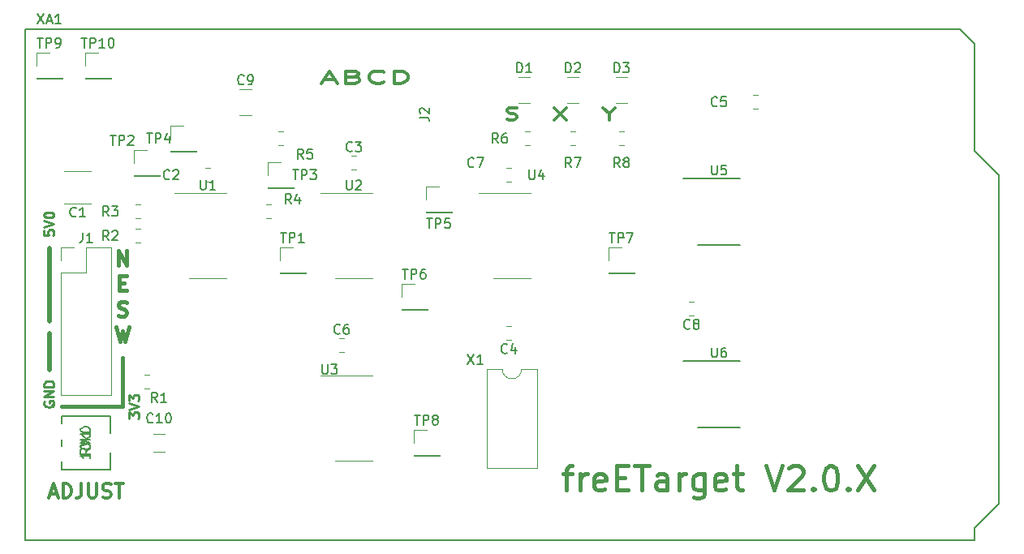
<source format=gbr>
G04 #@! TF.GenerationSoftware,KiCad,Pcbnew,(5.1.5-0-10_14)*
G04 #@! TF.CreationDate,2020-03-05T22:25:02-06:00*
G04 #@! TF.ProjectId,Electronic Target,456c6563-7472-46f6-9e69-632054617267,rev?*
G04 #@! TF.SameCoordinates,Original*
G04 #@! TF.FileFunction,Legend,Top*
G04 #@! TF.FilePolarity,Positive*
%FSLAX46Y46*%
G04 Gerber Fmt 4.6, Leading zero omitted, Abs format (unit mm)*
G04 Created by KiCad (PCBNEW (5.1.5-0-10_14)) date 2020-03-05 22:25:02*
%MOMM*%
%LPD*%
G04 APERTURE LIST*
%ADD10C,0.381000*%
%ADD11C,0.254000*%
%ADD12C,0.508000*%
%ADD13C,0.300000*%
%ADD14C,0.317500*%
%ADD15C,0.120000*%
%ADD16C,0.150000*%
%ADD17C,0.152400*%
G04 APERTURE END LIST*
D10*
X126564571Y-107178928D02*
X126564571Y-105654928D01*
X127435428Y-107178928D01*
X127435428Y-105654928D01*
X126673428Y-109047642D02*
X127181428Y-109047642D01*
X127399142Y-109845928D02*
X126673428Y-109845928D01*
X126673428Y-108321928D01*
X127399142Y-108321928D01*
X126564571Y-112440357D02*
X126782285Y-112512928D01*
X127145142Y-112512928D01*
X127290285Y-112440357D01*
X127362857Y-112367785D01*
X127435428Y-112222642D01*
X127435428Y-112077500D01*
X127362857Y-111932357D01*
X127290285Y-111859785D01*
X127145142Y-111787214D01*
X126854857Y-111714642D01*
X126709714Y-111642071D01*
X126637142Y-111569500D01*
X126564571Y-111424357D01*
X126564571Y-111279214D01*
X126637142Y-111134071D01*
X126709714Y-111061500D01*
X126854857Y-110988928D01*
X127217714Y-110988928D01*
X127435428Y-111061500D01*
X126346857Y-113655928D02*
X126709714Y-115179928D01*
X127000000Y-114091357D01*
X127290285Y-115179928D01*
X127653142Y-113655928D01*
D11*
X118872000Y-121424095D02*
X118823619Y-121520857D01*
X118823619Y-121666000D01*
X118872000Y-121811142D01*
X118968761Y-121907904D01*
X119065523Y-121956285D01*
X119259047Y-122004666D01*
X119404190Y-122004666D01*
X119597714Y-121956285D01*
X119694476Y-121907904D01*
X119791238Y-121811142D01*
X119839619Y-121666000D01*
X119839619Y-121569238D01*
X119791238Y-121424095D01*
X119742857Y-121375714D01*
X119404190Y-121375714D01*
X119404190Y-121569238D01*
X119839619Y-120940285D02*
X118823619Y-120940285D01*
X119839619Y-120359714D01*
X118823619Y-120359714D01*
X119839619Y-119875904D02*
X118823619Y-119875904D01*
X118823619Y-119634000D01*
X118872000Y-119488857D01*
X118968761Y-119392095D01*
X119065523Y-119343714D01*
X119259047Y-119295333D01*
X119404190Y-119295333D01*
X119597714Y-119343714D01*
X119694476Y-119392095D01*
X119791238Y-119488857D01*
X119839619Y-119634000D01*
X119839619Y-119875904D01*
X118823619Y-103547333D02*
X118823619Y-104031142D01*
X119307428Y-104079523D01*
X119259047Y-104031142D01*
X119210666Y-103934380D01*
X119210666Y-103692476D01*
X119259047Y-103595714D01*
X119307428Y-103547333D01*
X119404190Y-103498952D01*
X119646095Y-103498952D01*
X119742857Y-103547333D01*
X119791238Y-103595714D01*
X119839619Y-103692476D01*
X119839619Y-103934380D01*
X119791238Y-104031142D01*
X119742857Y-104079523D01*
X118823619Y-103208666D02*
X119839619Y-102870000D01*
X118823619Y-102531333D01*
X118823619Y-101999142D02*
X118823619Y-101902380D01*
X118872000Y-101805619D01*
X118920380Y-101757238D01*
X119017142Y-101708857D01*
X119210666Y-101660476D01*
X119452571Y-101660476D01*
X119646095Y-101708857D01*
X119742857Y-101757238D01*
X119791238Y-101805619D01*
X119839619Y-101902380D01*
X119839619Y-101999142D01*
X119791238Y-102095904D01*
X119742857Y-102144285D01*
X119646095Y-102192666D01*
X119452571Y-102241047D01*
X119210666Y-102241047D01*
X119017142Y-102192666D01*
X118920380Y-102144285D01*
X118872000Y-102095904D01*
X118823619Y-101999142D01*
X127713619Y-123177904D02*
X127713619Y-122548952D01*
X128100666Y-122887619D01*
X128100666Y-122742476D01*
X128149047Y-122645714D01*
X128197428Y-122597333D01*
X128294190Y-122548952D01*
X128536095Y-122548952D01*
X128632857Y-122597333D01*
X128681238Y-122645714D01*
X128729619Y-122742476D01*
X128729619Y-123032761D01*
X128681238Y-123129523D01*
X128632857Y-123177904D01*
X127713619Y-122258666D02*
X128729619Y-121920000D01*
X127713619Y-121581333D01*
X127713619Y-121339428D02*
X127713619Y-120710476D01*
X128100666Y-121049142D01*
X128100666Y-120904000D01*
X128149047Y-120807238D01*
X128197428Y-120758857D01*
X128294190Y-120710476D01*
X128536095Y-120710476D01*
X128632857Y-120758857D01*
X128681238Y-120807238D01*
X128729619Y-120904000D01*
X128729619Y-121194285D01*
X128681238Y-121291047D01*
X128632857Y-121339428D01*
D10*
X127000000Y-121920000D02*
X127000000Y-116840000D01*
X120650000Y-121920000D02*
X127000000Y-121920000D01*
D12*
X119380000Y-114300000D02*
X119380000Y-118110000D01*
X119380000Y-105410000D02*
X119380000Y-113030000D01*
D10*
X172961904Y-128995714D02*
X173929523Y-128995714D01*
X173324761Y-130689047D02*
X173324761Y-128511904D01*
X173445714Y-128270000D01*
X173687619Y-128149047D01*
X173929523Y-128149047D01*
X174776190Y-130689047D02*
X174776190Y-128995714D01*
X174776190Y-129479523D02*
X174897142Y-129237619D01*
X175018095Y-129116666D01*
X175260000Y-128995714D01*
X175501904Y-128995714D01*
X177316190Y-130568095D02*
X177074285Y-130689047D01*
X176590476Y-130689047D01*
X176348571Y-130568095D01*
X176227619Y-130326190D01*
X176227619Y-129358571D01*
X176348571Y-129116666D01*
X176590476Y-128995714D01*
X177074285Y-128995714D01*
X177316190Y-129116666D01*
X177437142Y-129358571D01*
X177437142Y-129600476D01*
X176227619Y-129842380D01*
X178525714Y-129358571D02*
X179372380Y-129358571D01*
X179735238Y-130689047D02*
X178525714Y-130689047D01*
X178525714Y-128149047D01*
X179735238Y-128149047D01*
X180460952Y-128149047D02*
X181912380Y-128149047D01*
X181186666Y-130689047D02*
X181186666Y-128149047D01*
X183847619Y-130689047D02*
X183847619Y-129358571D01*
X183726666Y-129116666D01*
X183484761Y-128995714D01*
X183000952Y-128995714D01*
X182759047Y-129116666D01*
X183847619Y-130568095D02*
X183605714Y-130689047D01*
X183000952Y-130689047D01*
X182759047Y-130568095D01*
X182638095Y-130326190D01*
X182638095Y-130084285D01*
X182759047Y-129842380D01*
X183000952Y-129721428D01*
X183605714Y-129721428D01*
X183847619Y-129600476D01*
X185057142Y-130689047D02*
X185057142Y-128995714D01*
X185057142Y-129479523D02*
X185178095Y-129237619D01*
X185299047Y-129116666D01*
X185540952Y-128995714D01*
X185782857Y-128995714D01*
X187718095Y-128995714D02*
X187718095Y-131051904D01*
X187597142Y-131293809D01*
X187476190Y-131414761D01*
X187234285Y-131535714D01*
X186871428Y-131535714D01*
X186629523Y-131414761D01*
X187718095Y-130568095D02*
X187476190Y-130689047D01*
X186992380Y-130689047D01*
X186750476Y-130568095D01*
X186629523Y-130447142D01*
X186508571Y-130205238D01*
X186508571Y-129479523D01*
X186629523Y-129237619D01*
X186750476Y-129116666D01*
X186992380Y-128995714D01*
X187476190Y-128995714D01*
X187718095Y-129116666D01*
X189895238Y-130568095D02*
X189653333Y-130689047D01*
X189169523Y-130689047D01*
X188927619Y-130568095D01*
X188806666Y-130326190D01*
X188806666Y-129358571D01*
X188927619Y-129116666D01*
X189169523Y-128995714D01*
X189653333Y-128995714D01*
X189895238Y-129116666D01*
X190016190Y-129358571D01*
X190016190Y-129600476D01*
X188806666Y-129842380D01*
X190741904Y-128995714D02*
X191709523Y-128995714D01*
X191104761Y-128149047D02*
X191104761Y-130326190D01*
X191225714Y-130568095D01*
X191467619Y-130689047D01*
X191709523Y-130689047D01*
X194128571Y-128149047D02*
X194975238Y-130689047D01*
X195821904Y-128149047D01*
X196547619Y-128390952D02*
X196668571Y-128270000D01*
X196910476Y-128149047D01*
X197515238Y-128149047D01*
X197757142Y-128270000D01*
X197878095Y-128390952D01*
X197999047Y-128632857D01*
X197999047Y-128874761D01*
X197878095Y-129237619D01*
X196426666Y-130689047D01*
X197999047Y-130689047D01*
X199087619Y-130447142D02*
X199208571Y-130568095D01*
X199087619Y-130689047D01*
X198966666Y-130568095D01*
X199087619Y-130447142D01*
X199087619Y-130689047D01*
X200780952Y-128149047D02*
X201022857Y-128149047D01*
X201264761Y-128270000D01*
X201385714Y-128390952D01*
X201506666Y-128632857D01*
X201627619Y-129116666D01*
X201627619Y-129721428D01*
X201506666Y-130205238D01*
X201385714Y-130447142D01*
X201264761Y-130568095D01*
X201022857Y-130689047D01*
X200780952Y-130689047D01*
X200539047Y-130568095D01*
X200418095Y-130447142D01*
X200297142Y-130205238D01*
X200176190Y-129721428D01*
X200176190Y-129116666D01*
X200297142Y-128632857D01*
X200418095Y-128390952D01*
X200539047Y-128270000D01*
X200780952Y-128149047D01*
X202716190Y-130447142D02*
X202837142Y-130568095D01*
X202716190Y-130689047D01*
X202595238Y-130568095D01*
X202716190Y-130447142D01*
X202716190Y-130689047D01*
X203683809Y-128149047D02*
X205377142Y-130689047D01*
X205377142Y-128149047D02*
X203683809Y-130689047D01*
D13*
X119440000Y-131060000D02*
X120154285Y-131060000D01*
X119297142Y-131488571D02*
X119797142Y-129988571D01*
X120297142Y-131488571D01*
X120797142Y-131488571D02*
X120797142Y-129988571D01*
X121154285Y-129988571D01*
X121368571Y-130060000D01*
X121511428Y-130202857D01*
X121582857Y-130345714D01*
X121654285Y-130631428D01*
X121654285Y-130845714D01*
X121582857Y-131131428D01*
X121511428Y-131274285D01*
X121368571Y-131417142D01*
X121154285Y-131488571D01*
X120797142Y-131488571D01*
X122725714Y-129988571D02*
X122725714Y-131060000D01*
X122654285Y-131274285D01*
X122511428Y-131417142D01*
X122297142Y-131488571D01*
X122154285Y-131488571D01*
X123440000Y-129988571D02*
X123440000Y-131202857D01*
X123511428Y-131345714D01*
X123582857Y-131417142D01*
X123725714Y-131488571D01*
X124011428Y-131488571D01*
X124154285Y-131417142D01*
X124225714Y-131345714D01*
X124297142Y-131202857D01*
X124297142Y-129988571D01*
X124940000Y-131417142D02*
X125154285Y-131488571D01*
X125511428Y-131488571D01*
X125654285Y-131417142D01*
X125725714Y-131345714D01*
X125797142Y-131202857D01*
X125797142Y-131060000D01*
X125725714Y-130917142D01*
X125654285Y-130845714D01*
X125511428Y-130774285D01*
X125225714Y-130702857D01*
X125082857Y-130631428D01*
X125011428Y-130560000D01*
X124940000Y-130417142D01*
X124940000Y-130274285D01*
X125011428Y-130131428D01*
X125082857Y-130060000D01*
X125225714Y-129988571D01*
X125582857Y-129988571D01*
X125797142Y-130060000D01*
X126225714Y-129988571D02*
X127082857Y-129988571D01*
X126654285Y-131488571D02*
X126654285Y-129988571D01*
D14*
X177800000Y-91409761D02*
X177800000Y-92014523D01*
X177165000Y-90744523D02*
X177800000Y-91409761D01*
X178435000Y-90744523D01*
X172085000Y-90744523D02*
X173355000Y-92014523D01*
X173355000Y-90744523D02*
X172085000Y-92014523D01*
X167095714Y-91954047D02*
X167367857Y-92014523D01*
X167821428Y-92014523D01*
X168002857Y-91954047D01*
X168093571Y-91893571D01*
X168184285Y-91772619D01*
X168184285Y-91651666D01*
X168093571Y-91530714D01*
X168002857Y-91470238D01*
X167821428Y-91409761D01*
X167458571Y-91349285D01*
X167277142Y-91288809D01*
X167186428Y-91228333D01*
X167095714Y-91107380D01*
X167095714Y-90986428D01*
X167186428Y-90865476D01*
X167277142Y-90805000D01*
X167458571Y-90744523D01*
X167912142Y-90744523D01*
X168184285Y-90805000D01*
X147985238Y-87841666D02*
X149194761Y-87841666D01*
X147743333Y-88204523D02*
X148590000Y-86934523D01*
X149436666Y-88204523D01*
X151130000Y-87539285D02*
X151492857Y-87599761D01*
X151613809Y-87660238D01*
X151734761Y-87781190D01*
X151734761Y-87962619D01*
X151613809Y-88083571D01*
X151492857Y-88144047D01*
X151250952Y-88204523D01*
X150283333Y-88204523D01*
X150283333Y-86934523D01*
X151130000Y-86934523D01*
X151371904Y-86995000D01*
X151492857Y-87055476D01*
X151613809Y-87176428D01*
X151613809Y-87297380D01*
X151492857Y-87418333D01*
X151371904Y-87478809D01*
X151130000Y-87539285D01*
X150283333Y-87539285D01*
X154274761Y-88083571D02*
X154153809Y-88144047D01*
X153790952Y-88204523D01*
X153549047Y-88204523D01*
X153186190Y-88144047D01*
X152944285Y-88023095D01*
X152823333Y-87902142D01*
X152702380Y-87660238D01*
X152702380Y-87478809D01*
X152823333Y-87236904D01*
X152944285Y-87115952D01*
X153186190Y-86995000D01*
X153549047Y-86934523D01*
X153790952Y-86934523D01*
X154153809Y-86995000D01*
X154274761Y-87055476D01*
X155363333Y-88204523D02*
X155363333Y-86934523D01*
X155968095Y-86934523D01*
X156330952Y-86995000D01*
X156572857Y-87115952D01*
X156693809Y-87236904D01*
X156814761Y-87478809D01*
X156814761Y-87660238D01*
X156693809Y-87902142D01*
X156572857Y-88023095D01*
X156330952Y-88144047D01*
X155968095Y-88204523D01*
X155363333Y-88204523D01*
D15*
X135890000Y-99705000D02*
X132440000Y-99705000D01*
X135890000Y-99705000D02*
X137840000Y-99705000D01*
X135890000Y-108575000D02*
X133940000Y-108575000D01*
X135890000Y-108575000D02*
X137840000Y-108575000D01*
D16*
X187005000Y-105050000D02*
X191455000Y-105050000D01*
X185480000Y-98150000D02*
X191455000Y-98150000D01*
X185480000Y-117200000D02*
X191455000Y-117200000D01*
X187005000Y-124100000D02*
X191455000Y-124100000D01*
X116840000Y-82550000D02*
X116840000Y-135890000D01*
X215900000Y-95250000D02*
X215900000Y-84074000D01*
X218440000Y-97790000D02*
X215900000Y-95250000D01*
X218440000Y-132080000D02*
X218440000Y-97790000D01*
X215900000Y-134620000D02*
X218440000Y-132080000D01*
X215900000Y-135890000D02*
X215900000Y-134620000D01*
X214376000Y-82550000D02*
X215900000Y-84074000D01*
X116840000Y-135890000D02*
X215900000Y-135890000D01*
X116840000Y-82550000D02*
X214376000Y-82550000D01*
D15*
X139227936Y-91530000D02*
X140432064Y-91530000D01*
X139227936Y-88810000D02*
X140432064Y-88810000D01*
X123708752Y-100770000D02*
X120936248Y-100770000D01*
X123708752Y-97350000D02*
X120936248Y-97350000D01*
X135631422Y-97080000D02*
X136148578Y-97080000D01*
X135631422Y-98500000D02*
X136148578Y-98500000D01*
X150871422Y-97230000D02*
X151388578Y-97230000D01*
X150871422Y-95810000D02*
X151388578Y-95810000D01*
X167566078Y-115010000D02*
X167048922Y-115010000D01*
X167566078Y-113590000D02*
X167048922Y-113590000D01*
X192781422Y-90880000D02*
X193298578Y-90880000D01*
X192781422Y-89460000D02*
X193298578Y-89460000D01*
X149601422Y-116280000D02*
X150118578Y-116280000D01*
X149601422Y-114860000D02*
X150118578Y-114860000D01*
X167566078Y-98500000D02*
X167048922Y-98500000D01*
X167566078Y-97080000D02*
X167048922Y-97080000D01*
X186616078Y-111050000D02*
X186098922Y-111050000D01*
X186616078Y-112470000D02*
X186098922Y-112470000D01*
X129798578Y-120090000D02*
X129281422Y-120090000D01*
X129798578Y-118670000D02*
X129281422Y-118670000D01*
X128343922Y-103430000D02*
X128861078Y-103430000D01*
X128343922Y-104850000D02*
X128861078Y-104850000D01*
X128343922Y-102310000D02*
X128861078Y-102310000D01*
X128343922Y-100890000D02*
X128861078Y-100890000D01*
X142498578Y-102310000D02*
X141981422Y-102310000D01*
X142498578Y-100890000D02*
X141981422Y-100890000D01*
X143768578Y-93270000D02*
X143251422Y-93270000D01*
X143768578Y-94690000D02*
X143251422Y-94690000D01*
X168983922Y-93270000D02*
X169501078Y-93270000D01*
X168983922Y-94690000D02*
X169501078Y-94690000D01*
X173731422Y-93270000D02*
X174248578Y-93270000D01*
X173731422Y-94690000D02*
X174248578Y-94690000D01*
X178811422Y-93270000D02*
X179328578Y-93270000D01*
X178811422Y-94690000D02*
X179328578Y-94690000D01*
D17*
X120662700Y-125408040D02*
X120662700Y-126051960D01*
X120662700Y-127708040D02*
X120662700Y-128511300D01*
X125717300Y-124724160D02*
X125717300Y-122948700D01*
X120662700Y-122948700D02*
X120662700Y-123751960D01*
X120662700Y-128511300D02*
X125717300Y-128511300D01*
X125717300Y-128511300D02*
X125717300Y-126735840D01*
X125717300Y-122948700D02*
X120662700Y-122948700D01*
X119913400Y-121805700D02*
G75*
G03X119913400Y-121805700I-127000J0D01*
G01*
D15*
X143450000Y-108010000D02*
X146110000Y-108010000D01*
X143450000Y-107950000D02*
X143450000Y-108010000D01*
X146110000Y-107950000D02*
X146110000Y-108010000D01*
X143450000Y-107950000D02*
X146110000Y-107950000D01*
X143450000Y-106680000D02*
X143450000Y-105350000D01*
X143450000Y-105350000D02*
X144780000Y-105350000D01*
X128210000Y-95190000D02*
X129540000Y-95190000D01*
X128210000Y-96520000D02*
X128210000Y-95190000D01*
X128210000Y-97790000D02*
X130870000Y-97790000D01*
X130870000Y-97790000D02*
X130870000Y-97850000D01*
X128210000Y-97790000D02*
X128210000Y-97850000D01*
X128210000Y-97850000D02*
X130870000Y-97850000D01*
X142180000Y-99120000D02*
X144840000Y-99120000D01*
X142180000Y-99060000D02*
X142180000Y-99120000D01*
X144840000Y-99060000D02*
X144840000Y-99120000D01*
X142180000Y-99060000D02*
X144840000Y-99060000D01*
X142180000Y-97790000D02*
X142180000Y-96460000D01*
X142180000Y-96460000D02*
X143510000Y-96460000D01*
X132020000Y-92650000D02*
X133350000Y-92650000D01*
X132020000Y-93980000D02*
X132020000Y-92650000D01*
X132020000Y-95250000D02*
X134680000Y-95250000D01*
X134680000Y-95250000D02*
X134680000Y-95310000D01*
X132020000Y-95250000D02*
X132020000Y-95310000D01*
X132020000Y-95310000D02*
X134680000Y-95310000D01*
X158690000Y-99000000D02*
X160020000Y-99000000D01*
X158690000Y-100330000D02*
X158690000Y-99000000D01*
X158690000Y-101600000D02*
X161350000Y-101600000D01*
X161350000Y-101600000D02*
X161350000Y-101660000D01*
X158690000Y-101600000D02*
X158690000Y-101660000D01*
X158690000Y-101660000D02*
X161350000Y-101660000D01*
X156150000Y-111820000D02*
X158810000Y-111820000D01*
X156150000Y-111760000D02*
X156150000Y-111820000D01*
X158810000Y-111760000D02*
X158810000Y-111820000D01*
X156150000Y-111760000D02*
X158810000Y-111760000D01*
X156150000Y-110490000D02*
X156150000Y-109160000D01*
X156150000Y-109160000D02*
X157480000Y-109160000D01*
X177740000Y-105350000D02*
X179070000Y-105350000D01*
X177740000Y-106680000D02*
X177740000Y-105350000D01*
X177740000Y-107950000D02*
X180400000Y-107950000D01*
X180400000Y-107950000D02*
X180400000Y-108010000D01*
X177740000Y-107950000D02*
X177740000Y-108010000D01*
X177740000Y-108010000D02*
X180400000Y-108010000D01*
X157420000Y-127060000D02*
X160080000Y-127060000D01*
X157420000Y-127000000D02*
X157420000Y-127060000D01*
X160080000Y-127000000D02*
X160080000Y-127060000D01*
X157420000Y-127000000D02*
X160080000Y-127000000D01*
X157420000Y-125730000D02*
X157420000Y-124400000D01*
X157420000Y-124400000D02*
X158750000Y-124400000D01*
X118050000Y-87690000D02*
X120710000Y-87690000D01*
X118050000Y-87630000D02*
X118050000Y-87690000D01*
X120710000Y-87630000D02*
X120710000Y-87690000D01*
X118050000Y-87630000D02*
X120710000Y-87630000D01*
X118050000Y-86360000D02*
X118050000Y-85030000D01*
X118050000Y-85030000D02*
X119380000Y-85030000D01*
X123130000Y-85030000D02*
X124460000Y-85030000D01*
X123130000Y-86360000D02*
X123130000Y-85030000D01*
X123130000Y-87630000D02*
X125790000Y-87630000D01*
X125790000Y-87630000D02*
X125790000Y-87690000D01*
X123130000Y-87630000D02*
X123130000Y-87690000D01*
X123130000Y-87690000D02*
X125790000Y-87690000D01*
X151130000Y-99705000D02*
X147680000Y-99705000D01*
X151130000Y-99705000D02*
X153080000Y-99705000D01*
X151130000Y-108575000D02*
X149180000Y-108575000D01*
X151130000Y-108575000D02*
X153080000Y-108575000D01*
X151130000Y-127625000D02*
X153080000Y-127625000D01*
X151130000Y-127625000D02*
X149180000Y-127625000D01*
X151130000Y-118755000D02*
X153080000Y-118755000D01*
X151130000Y-118755000D02*
X147680000Y-118755000D01*
X167640000Y-108575000D02*
X169590000Y-108575000D01*
X167640000Y-108575000D02*
X165690000Y-108575000D01*
X167640000Y-99705000D02*
X169590000Y-99705000D01*
X167640000Y-99705000D02*
X164190000Y-99705000D01*
X168640000Y-118050000D02*
G75*
G02X166640000Y-118050000I-1000000J0D01*
G01*
X166640000Y-118050000D02*
X164990000Y-118050000D01*
X164990000Y-118050000D02*
X164990000Y-128330000D01*
X164990000Y-128330000D02*
X170290000Y-128330000D01*
X170290000Y-128330000D02*
X170290000Y-118050000D01*
X170290000Y-118050000D02*
X168640000Y-118050000D01*
X131412064Y-126640000D02*
X130207936Y-126640000D01*
X131412064Y-124820000D02*
X130207936Y-124820000D01*
X120590000Y-120710000D02*
X125790000Y-120710000D01*
X120590000Y-107950000D02*
X120590000Y-120710000D01*
X125790000Y-105350000D02*
X125790000Y-120710000D01*
X120590000Y-107950000D02*
X123190000Y-107950000D01*
X123190000Y-107950000D02*
X123190000Y-105350000D01*
X123190000Y-105350000D02*
X125790000Y-105350000D01*
X120590000Y-106680000D02*
X120590000Y-105350000D01*
X120590000Y-105350000D02*
X121920000Y-105350000D01*
X168307936Y-87540000D02*
X169512064Y-87540000D01*
X168307936Y-90260000D02*
X169512064Y-90260000D01*
X173387936Y-90260000D02*
X174592064Y-90260000D01*
X173387936Y-87540000D02*
X174592064Y-87540000D01*
X178467936Y-87540000D02*
X179672064Y-87540000D01*
X178467936Y-90260000D02*
X179672064Y-90260000D01*
D16*
X135128095Y-98312380D02*
X135128095Y-99121904D01*
X135175714Y-99217142D01*
X135223333Y-99264761D01*
X135318571Y-99312380D01*
X135509047Y-99312380D01*
X135604285Y-99264761D01*
X135651904Y-99217142D01*
X135699523Y-99121904D01*
X135699523Y-98312380D01*
X136699523Y-99312380D02*
X136128095Y-99312380D01*
X136413809Y-99312380D02*
X136413809Y-98312380D01*
X136318571Y-98455238D01*
X136223333Y-98550476D01*
X136128095Y-98598095D01*
X188468095Y-96752380D02*
X188468095Y-97561904D01*
X188515714Y-97657142D01*
X188563333Y-97704761D01*
X188658571Y-97752380D01*
X188849047Y-97752380D01*
X188944285Y-97704761D01*
X188991904Y-97657142D01*
X189039523Y-97561904D01*
X189039523Y-96752380D01*
X189991904Y-96752380D02*
X189515714Y-96752380D01*
X189468095Y-97228571D01*
X189515714Y-97180952D01*
X189610952Y-97133333D01*
X189849047Y-97133333D01*
X189944285Y-97180952D01*
X189991904Y-97228571D01*
X190039523Y-97323809D01*
X190039523Y-97561904D01*
X189991904Y-97657142D01*
X189944285Y-97704761D01*
X189849047Y-97752380D01*
X189610952Y-97752380D01*
X189515714Y-97704761D01*
X189468095Y-97657142D01*
X188468095Y-115802380D02*
X188468095Y-116611904D01*
X188515714Y-116707142D01*
X188563333Y-116754761D01*
X188658571Y-116802380D01*
X188849047Y-116802380D01*
X188944285Y-116754761D01*
X188991904Y-116707142D01*
X189039523Y-116611904D01*
X189039523Y-115802380D01*
X189944285Y-115802380D02*
X189753809Y-115802380D01*
X189658571Y-115850000D01*
X189610952Y-115897619D01*
X189515714Y-116040476D01*
X189468095Y-116230952D01*
X189468095Y-116611904D01*
X189515714Y-116707142D01*
X189563333Y-116754761D01*
X189658571Y-116802380D01*
X189849047Y-116802380D01*
X189944285Y-116754761D01*
X189991904Y-116707142D01*
X190039523Y-116611904D01*
X190039523Y-116373809D01*
X189991904Y-116278571D01*
X189944285Y-116230952D01*
X189849047Y-116183333D01*
X189658571Y-116183333D01*
X189563333Y-116230952D01*
X189515714Y-116278571D01*
X189468095Y-116373809D01*
X118141904Y-80986380D02*
X118808571Y-81986380D01*
X118808571Y-80986380D02*
X118141904Y-81986380D01*
X119141904Y-81700666D02*
X119618095Y-81700666D01*
X119046666Y-81986380D02*
X119380000Y-80986380D01*
X119713333Y-81986380D01*
X120570476Y-81986380D02*
X119999047Y-81986380D01*
X120284761Y-81986380D02*
X120284761Y-80986380D01*
X120189523Y-81129238D01*
X120094285Y-81224476D01*
X119999047Y-81272095D01*
X179324000Y-104243142D02*
X179371619Y-104290761D01*
X179324000Y-104338380D01*
X179276380Y-104290761D01*
X179324000Y-104243142D01*
X179324000Y-104338380D01*
X139663333Y-88247142D02*
X139615714Y-88294761D01*
X139472857Y-88342380D01*
X139377619Y-88342380D01*
X139234761Y-88294761D01*
X139139523Y-88199523D01*
X139091904Y-88104285D01*
X139044285Y-87913809D01*
X139044285Y-87770952D01*
X139091904Y-87580476D01*
X139139523Y-87485238D01*
X139234761Y-87390000D01*
X139377619Y-87342380D01*
X139472857Y-87342380D01*
X139615714Y-87390000D01*
X139663333Y-87437619D01*
X140139523Y-88342380D02*
X140330000Y-88342380D01*
X140425238Y-88294761D01*
X140472857Y-88247142D01*
X140568095Y-88104285D01*
X140615714Y-87913809D01*
X140615714Y-87532857D01*
X140568095Y-87437619D01*
X140520476Y-87390000D01*
X140425238Y-87342380D01*
X140234761Y-87342380D01*
X140139523Y-87390000D01*
X140091904Y-87437619D01*
X140044285Y-87532857D01*
X140044285Y-87770952D01*
X140091904Y-87866190D01*
X140139523Y-87913809D01*
X140234761Y-87961428D01*
X140425238Y-87961428D01*
X140520476Y-87913809D01*
X140568095Y-87866190D01*
X140615714Y-87770952D01*
X122155833Y-102067142D02*
X122108214Y-102114761D01*
X121965357Y-102162380D01*
X121870119Y-102162380D01*
X121727261Y-102114761D01*
X121632023Y-102019523D01*
X121584404Y-101924285D01*
X121536785Y-101733809D01*
X121536785Y-101590952D01*
X121584404Y-101400476D01*
X121632023Y-101305238D01*
X121727261Y-101210000D01*
X121870119Y-101162380D01*
X121965357Y-101162380D01*
X122108214Y-101210000D01*
X122155833Y-101257619D01*
X123108214Y-102162380D02*
X122536785Y-102162380D01*
X122822500Y-102162380D02*
X122822500Y-101162380D01*
X122727261Y-101305238D01*
X122632023Y-101400476D01*
X122536785Y-101448095D01*
X131913333Y-98147142D02*
X131865714Y-98194761D01*
X131722857Y-98242380D01*
X131627619Y-98242380D01*
X131484761Y-98194761D01*
X131389523Y-98099523D01*
X131341904Y-98004285D01*
X131294285Y-97813809D01*
X131294285Y-97670952D01*
X131341904Y-97480476D01*
X131389523Y-97385238D01*
X131484761Y-97290000D01*
X131627619Y-97242380D01*
X131722857Y-97242380D01*
X131865714Y-97290000D01*
X131913333Y-97337619D01*
X132294285Y-97337619D02*
X132341904Y-97290000D01*
X132437142Y-97242380D01*
X132675238Y-97242380D01*
X132770476Y-97290000D01*
X132818095Y-97337619D01*
X132865714Y-97432857D01*
X132865714Y-97528095D01*
X132818095Y-97670952D01*
X132246666Y-98242380D01*
X132865714Y-98242380D01*
X150963333Y-95227142D02*
X150915714Y-95274761D01*
X150772857Y-95322380D01*
X150677619Y-95322380D01*
X150534761Y-95274761D01*
X150439523Y-95179523D01*
X150391904Y-95084285D01*
X150344285Y-94893809D01*
X150344285Y-94750952D01*
X150391904Y-94560476D01*
X150439523Y-94465238D01*
X150534761Y-94370000D01*
X150677619Y-94322380D01*
X150772857Y-94322380D01*
X150915714Y-94370000D01*
X150963333Y-94417619D01*
X151296666Y-94322380D02*
X151915714Y-94322380D01*
X151582380Y-94703333D01*
X151725238Y-94703333D01*
X151820476Y-94750952D01*
X151868095Y-94798571D01*
X151915714Y-94893809D01*
X151915714Y-95131904D01*
X151868095Y-95227142D01*
X151820476Y-95274761D01*
X151725238Y-95322380D01*
X151439523Y-95322380D01*
X151344285Y-95274761D01*
X151296666Y-95227142D01*
X167140833Y-116307142D02*
X167093214Y-116354761D01*
X166950357Y-116402380D01*
X166855119Y-116402380D01*
X166712261Y-116354761D01*
X166617023Y-116259523D01*
X166569404Y-116164285D01*
X166521785Y-115973809D01*
X166521785Y-115830952D01*
X166569404Y-115640476D01*
X166617023Y-115545238D01*
X166712261Y-115450000D01*
X166855119Y-115402380D01*
X166950357Y-115402380D01*
X167093214Y-115450000D01*
X167140833Y-115497619D01*
X167997976Y-115735714D02*
X167997976Y-116402380D01*
X167759880Y-115354761D02*
X167521785Y-116069047D01*
X168140833Y-116069047D01*
X189063333Y-90527142D02*
X189015714Y-90574761D01*
X188872857Y-90622380D01*
X188777619Y-90622380D01*
X188634761Y-90574761D01*
X188539523Y-90479523D01*
X188491904Y-90384285D01*
X188444285Y-90193809D01*
X188444285Y-90050952D01*
X188491904Y-89860476D01*
X188539523Y-89765238D01*
X188634761Y-89670000D01*
X188777619Y-89622380D01*
X188872857Y-89622380D01*
X189015714Y-89670000D01*
X189063333Y-89717619D01*
X189968095Y-89622380D02*
X189491904Y-89622380D01*
X189444285Y-90098571D01*
X189491904Y-90050952D01*
X189587142Y-90003333D01*
X189825238Y-90003333D01*
X189920476Y-90050952D01*
X189968095Y-90098571D01*
X190015714Y-90193809D01*
X190015714Y-90431904D01*
X189968095Y-90527142D01*
X189920476Y-90574761D01*
X189825238Y-90622380D01*
X189587142Y-90622380D01*
X189491904Y-90574761D01*
X189444285Y-90527142D01*
X149693333Y-114277142D02*
X149645714Y-114324761D01*
X149502857Y-114372380D01*
X149407619Y-114372380D01*
X149264761Y-114324761D01*
X149169523Y-114229523D01*
X149121904Y-114134285D01*
X149074285Y-113943809D01*
X149074285Y-113800952D01*
X149121904Y-113610476D01*
X149169523Y-113515238D01*
X149264761Y-113420000D01*
X149407619Y-113372380D01*
X149502857Y-113372380D01*
X149645714Y-113420000D01*
X149693333Y-113467619D01*
X150550476Y-113372380D02*
X150360000Y-113372380D01*
X150264761Y-113420000D01*
X150217142Y-113467619D01*
X150121904Y-113610476D01*
X150074285Y-113800952D01*
X150074285Y-114181904D01*
X150121904Y-114277142D01*
X150169523Y-114324761D01*
X150264761Y-114372380D01*
X150455238Y-114372380D01*
X150550476Y-114324761D01*
X150598095Y-114277142D01*
X150645714Y-114181904D01*
X150645714Y-113943809D01*
X150598095Y-113848571D01*
X150550476Y-113800952D01*
X150455238Y-113753333D01*
X150264761Y-113753333D01*
X150169523Y-113800952D01*
X150121904Y-113848571D01*
X150074285Y-113943809D01*
X163663333Y-96877142D02*
X163615714Y-96924761D01*
X163472857Y-96972380D01*
X163377619Y-96972380D01*
X163234761Y-96924761D01*
X163139523Y-96829523D01*
X163091904Y-96734285D01*
X163044285Y-96543809D01*
X163044285Y-96400952D01*
X163091904Y-96210476D01*
X163139523Y-96115238D01*
X163234761Y-96020000D01*
X163377619Y-95972380D01*
X163472857Y-95972380D01*
X163615714Y-96020000D01*
X163663333Y-96067619D01*
X163996666Y-95972380D02*
X164663333Y-95972380D01*
X164234761Y-96972380D01*
X186190833Y-113767142D02*
X186143214Y-113814761D01*
X186000357Y-113862380D01*
X185905119Y-113862380D01*
X185762261Y-113814761D01*
X185667023Y-113719523D01*
X185619404Y-113624285D01*
X185571785Y-113433809D01*
X185571785Y-113290952D01*
X185619404Y-113100476D01*
X185667023Y-113005238D01*
X185762261Y-112910000D01*
X185905119Y-112862380D01*
X186000357Y-112862380D01*
X186143214Y-112910000D01*
X186190833Y-112957619D01*
X186762261Y-113290952D02*
X186667023Y-113243333D01*
X186619404Y-113195714D01*
X186571785Y-113100476D01*
X186571785Y-113052857D01*
X186619404Y-112957619D01*
X186667023Y-112910000D01*
X186762261Y-112862380D01*
X186952738Y-112862380D01*
X187047976Y-112910000D01*
X187095595Y-112957619D01*
X187143214Y-113052857D01*
X187143214Y-113100476D01*
X187095595Y-113195714D01*
X187047976Y-113243333D01*
X186952738Y-113290952D01*
X186762261Y-113290952D01*
X186667023Y-113338571D01*
X186619404Y-113386190D01*
X186571785Y-113481428D01*
X186571785Y-113671904D01*
X186619404Y-113767142D01*
X186667023Y-113814761D01*
X186762261Y-113862380D01*
X186952738Y-113862380D01*
X187047976Y-113814761D01*
X187095595Y-113767142D01*
X187143214Y-113671904D01*
X187143214Y-113481428D01*
X187095595Y-113386190D01*
X187047976Y-113338571D01*
X186952738Y-113290952D01*
X157992380Y-91773333D02*
X158706666Y-91773333D01*
X158849523Y-91820952D01*
X158944761Y-91916190D01*
X158992380Y-92059047D01*
X158992380Y-92154285D01*
X158087619Y-91344761D02*
X158040000Y-91297142D01*
X157992380Y-91201904D01*
X157992380Y-90963809D01*
X158040000Y-90868571D01*
X158087619Y-90820952D01*
X158182857Y-90773333D01*
X158278095Y-90773333D01*
X158420952Y-90820952D01*
X158992380Y-91392380D01*
X158992380Y-90773333D01*
X130643333Y-121482380D02*
X130310000Y-121006190D01*
X130071904Y-121482380D02*
X130071904Y-120482380D01*
X130452857Y-120482380D01*
X130548095Y-120530000D01*
X130595714Y-120577619D01*
X130643333Y-120672857D01*
X130643333Y-120815714D01*
X130595714Y-120910952D01*
X130548095Y-120958571D01*
X130452857Y-121006190D01*
X130071904Y-121006190D01*
X131595714Y-121482380D02*
X131024285Y-121482380D01*
X131310000Y-121482380D02*
X131310000Y-120482380D01*
X131214761Y-120625238D01*
X131119523Y-120720476D01*
X131024285Y-120768095D01*
X125563333Y-104592380D02*
X125230000Y-104116190D01*
X124991904Y-104592380D02*
X124991904Y-103592380D01*
X125372857Y-103592380D01*
X125468095Y-103640000D01*
X125515714Y-103687619D01*
X125563333Y-103782857D01*
X125563333Y-103925714D01*
X125515714Y-104020952D01*
X125468095Y-104068571D01*
X125372857Y-104116190D01*
X124991904Y-104116190D01*
X125944285Y-103687619D02*
X125991904Y-103640000D01*
X126087142Y-103592380D01*
X126325238Y-103592380D01*
X126420476Y-103640000D01*
X126468095Y-103687619D01*
X126515714Y-103782857D01*
X126515714Y-103878095D01*
X126468095Y-104020952D01*
X125896666Y-104592380D01*
X126515714Y-104592380D01*
X125563333Y-102052380D02*
X125230000Y-101576190D01*
X124991904Y-102052380D02*
X124991904Y-101052380D01*
X125372857Y-101052380D01*
X125468095Y-101100000D01*
X125515714Y-101147619D01*
X125563333Y-101242857D01*
X125563333Y-101385714D01*
X125515714Y-101480952D01*
X125468095Y-101528571D01*
X125372857Y-101576190D01*
X124991904Y-101576190D01*
X125896666Y-101052380D02*
X126515714Y-101052380D01*
X126182380Y-101433333D01*
X126325238Y-101433333D01*
X126420476Y-101480952D01*
X126468095Y-101528571D01*
X126515714Y-101623809D01*
X126515714Y-101861904D01*
X126468095Y-101957142D01*
X126420476Y-102004761D01*
X126325238Y-102052380D01*
X126039523Y-102052380D01*
X125944285Y-102004761D01*
X125896666Y-101957142D01*
X144613333Y-100782380D02*
X144280000Y-100306190D01*
X144041904Y-100782380D02*
X144041904Y-99782380D01*
X144422857Y-99782380D01*
X144518095Y-99830000D01*
X144565714Y-99877619D01*
X144613333Y-99972857D01*
X144613333Y-100115714D01*
X144565714Y-100210952D01*
X144518095Y-100258571D01*
X144422857Y-100306190D01*
X144041904Y-100306190D01*
X145470476Y-100115714D02*
X145470476Y-100782380D01*
X145232380Y-99734761D02*
X144994285Y-100449047D01*
X145613333Y-100449047D01*
X145883333Y-96082380D02*
X145550000Y-95606190D01*
X145311904Y-96082380D02*
X145311904Y-95082380D01*
X145692857Y-95082380D01*
X145788095Y-95130000D01*
X145835714Y-95177619D01*
X145883333Y-95272857D01*
X145883333Y-95415714D01*
X145835714Y-95510952D01*
X145788095Y-95558571D01*
X145692857Y-95606190D01*
X145311904Y-95606190D01*
X146788095Y-95082380D02*
X146311904Y-95082380D01*
X146264285Y-95558571D01*
X146311904Y-95510952D01*
X146407142Y-95463333D01*
X146645238Y-95463333D01*
X146740476Y-95510952D01*
X146788095Y-95558571D01*
X146835714Y-95653809D01*
X146835714Y-95891904D01*
X146788095Y-95987142D01*
X146740476Y-96034761D01*
X146645238Y-96082380D01*
X146407142Y-96082380D01*
X146311904Y-96034761D01*
X146264285Y-95987142D01*
X166203333Y-94432380D02*
X165870000Y-93956190D01*
X165631904Y-94432380D02*
X165631904Y-93432380D01*
X166012857Y-93432380D01*
X166108095Y-93480000D01*
X166155714Y-93527619D01*
X166203333Y-93622857D01*
X166203333Y-93765714D01*
X166155714Y-93860952D01*
X166108095Y-93908571D01*
X166012857Y-93956190D01*
X165631904Y-93956190D01*
X167060476Y-93432380D02*
X166870000Y-93432380D01*
X166774761Y-93480000D01*
X166727142Y-93527619D01*
X166631904Y-93670476D01*
X166584285Y-93860952D01*
X166584285Y-94241904D01*
X166631904Y-94337142D01*
X166679523Y-94384761D01*
X166774761Y-94432380D01*
X166965238Y-94432380D01*
X167060476Y-94384761D01*
X167108095Y-94337142D01*
X167155714Y-94241904D01*
X167155714Y-94003809D01*
X167108095Y-93908571D01*
X167060476Y-93860952D01*
X166965238Y-93813333D01*
X166774761Y-93813333D01*
X166679523Y-93860952D01*
X166631904Y-93908571D01*
X166584285Y-94003809D01*
X173823333Y-96972380D02*
X173490000Y-96496190D01*
X173251904Y-96972380D02*
X173251904Y-95972380D01*
X173632857Y-95972380D01*
X173728095Y-96020000D01*
X173775714Y-96067619D01*
X173823333Y-96162857D01*
X173823333Y-96305714D01*
X173775714Y-96400952D01*
X173728095Y-96448571D01*
X173632857Y-96496190D01*
X173251904Y-96496190D01*
X174156666Y-95972380D02*
X174823333Y-95972380D01*
X174394761Y-96972380D01*
X178903333Y-96972380D02*
X178570000Y-96496190D01*
X178331904Y-96972380D02*
X178331904Y-95972380D01*
X178712857Y-95972380D01*
X178808095Y-96020000D01*
X178855714Y-96067619D01*
X178903333Y-96162857D01*
X178903333Y-96305714D01*
X178855714Y-96400952D01*
X178808095Y-96448571D01*
X178712857Y-96496190D01*
X178331904Y-96496190D01*
X179474761Y-96400952D02*
X179379523Y-96353333D01*
X179331904Y-96305714D01*
X179284285Y-96210476D01*
X179284285Y-96162857D01*
X179331904Y-96067619D01*
X179379523Y-96020000D01*
X179474761Y-95972380D01*
X179665238Y-95972380D01*
X179760476Y-96020000D01*
X179808095Y-96067619D01*
X179855714Y-96162857D01*
X179855714Y-96210476D01*
X179808095Y-96305714D01*
X179760476Y-96353333D01*
X179665238Y-96400952D01*
X179474761Y-96400952D01*
X179379523Y-96448571D01*
X179331904Y-96496190D01*
X179284285Y-96591428D01*
X179284285Y-96781904D01*
X179331904Y-96877142D01*
X179379523Y-96924761D01*
X179474761Y-96972380D01*
X179665238Y-96972380D01*
X179760476Y-96924761D01*
X179808095Y-96877142D01*
X179855714Y-96781904D01*
X179855714Y-96591428D01*
X179808095Y-96496190D01*
X179760476Y-96448571D01*
X179665238Y-96400952D01*
X123642380Y-126325238D02*
X123166190Y-126658571D01*
X123642380Y-126896666D02*
X122642380Y-126896666D01*
X122642380Y-126515714D01*
X122690000Y-126420476D01*
X122737619Y-126372857D01*
X122832857Y-126325238D01*
X122975714Y-126325238D01*
X123070952Y-126372857D01*
X123118571Y-126420476D01*
X123166190Y-126515714D01*
X123166190Y-126896666D01*
X122642380Y-126039523D02*
X123642380Y-125706190D01*
X122642380Y-125372857D01*
X123642380Y-124515714D02*
X123642380Y-125087142D01*
X123642380Y-124801428D02*
X122642380Y-124801428D01*
X122785238Y-124896666D01*
X122880476Y-124991904D01*
X122928095Y-125087142D01*
X123642380Y-126801428D02*
X123642380Y-127372857D01*
X123642380Y-127087142D02*
X122642380Y-127087142D01*
X122785238Y-127182380D01*
X122880476Y-127277619D01*
X122928095Y-127372857D01*
X122642380Y-126182380D02*
X122642380Y-126087142D01*
X122690000Y-125991904D01*
X122737619Y-125944285D01*
X122832857Y-125896666D01*
X123023333Y-125849047D01*
X123261428Y-125849047D01*
X123451904Y-125896666D01*
X123547142Y-125944285D01*
X123594761Y-125991904D01*
X123642380Y-126087142D01*
X123642380Y-126182380D01*
X123594761Y-126277619D01*
X123547142Y-126325238D01*
X123451904Y-126372857D01*
X123261428Y-126420476D01*
X123023333Y-126420476D01*
X122832857Y-126372857D01*
X122737619Y-126325238D01*
X122690000Y-126277619D01*
X122642380Y-126182380D01*
X123642380Y-125420476D02*
X122642380Y-125420476D01*
X123261428Y-125325238D02*
X123642380Y-125039523D01*
X122975714Y-125039523D02*
X123356666Y-125420476D01*
X122642380Y-124420476D02*
X122642380Y-124325238D01*
X122690000Y-124230000D01*
X122737619Y-124182380D01*
X122832857Y-124134761D01*
X123023333Y-124087142D01*
X123261428Y-124087142D01*
X123451904Y-124134761D01*
X123547142Y-124182380D01*
X123594761Y-124230000D01*
X123642380Y-124325238D01*
X123642380Y-124420476D01*
X123594761Y-124515714D01*
X123547142Y-124563333D01*
X123451904Y-124610952D01*
X123261428Y-124658571D01*
X123023333Y-124658571D01*
X122832857Y-124610952D01*
X122737619Y-124563333D01*
X122690000Y-124515714D01*
X122642380Y-124420476D01*
X122642380Y-125730000D02*
X122880476Y-125730000D01*
X122785238Y-125968095D02*
X122880476Y-125730000D01*
X122785238Y-125491904D01*
X123070952Y-125872857D02*
X122880476Y-125730000D01*
X123070952Y-125587142D01*
X143518095Y-103802380D02*
X144089523Y-103802380D01*
X143803809Y-104802380D02*
X143803809Y-103802380D01*
X144422857Y-104802380D02*
X144422857Y-103802380D01*
X144803809Y-103802380D01*
X144899047Y-103850000D01*
X144946666Y-103897619D01*
X144994285Y-103992857D01*
X144994285Y-104135714D01*
X144946666Y-104230952D01*
X144899047Y-104278571D01*
X144803809Y-104326190D01*
X144422857Y-104326190D01*
X145946666Y-104802380D02*
X145375238Y-104802380D01*
X145660952Y-104802380D02*
X145660952Y-103802380D01*
X145565714Y-103945238D01*
X145470476Y-104040476D01*
X145375238Y-104088095D01*
X125738095Y-93642380D02*
X126309523Y-93642380D01*
X126023809Y-94642380D02*
X126023809Y-93642380D01*
X126642857Y-94642380D02*
X126642857Y-93642380D01*
X127023809Y-93642380D01*
X127119047Y-93690000D01*
X127166666Y-93737619D01*
X127214285Y-93832857D01*
X127214285Y-93975714D01*
X127166666Y-94070952D01*
X127119047Y-94118571D01*
X127023809Y-94166190D01*
X126642857Y-94166190D01*
X127595238Y-93737619D02*
X127642857Y-93690000D01*
X127738095Y-93642380D01*
X127976190Y-93642380D01*
X128071428Y-93690000D01*
X128119047Y-93737619D01*
X128166666Y-93832857D01*
X128166666Y-93928095D01*
X128119047Y-94070952D01*
X127547619Y-94642380D01*
X128166666Y-94642380D01*
X144788095Y-97242380D02*
X145359523Y-97242380D01*
X145073809Y-98242380D02*
X145073809Y-97242380D01*
X145692857Y-98242380D02*
X145692857Y-97242380D01*
X146073809Y-97242380D01*
X146169047Y-97290000D01*
X146216666Y-97337619D01*
X146264285Y-97432857D01*
X146264285Y-97575714D01*
X146216666Y-97670952D01*
X146169047Y-97718571D01*
X146073809Y-97766190D01*
X145692857Y-97766190D01*
X146597619Y-97242380D02*
X147216666Y-97242380D01*
X146883333Y-97623333D01*
X147026190Y-97623333D01*
X147121428Y-97670952D01*
X147169047Y-97718571D01*
X147216666Y-97813809D01*
X147216666Y-98051904D01*
X147169047Y-98147142D01*
X147121428Y-98194761D01*
X147026190Y-98242380D01*
X146740476Y-98242380D01*
X146645238Y-98194761D01*
X146597619Y-98147142D01*
X129548095Y-93432380D02*
X130119523Y-93432380D01*
X129833809Y-94432380D02*
X129833809Y-93432380D01*
X130452857Y-94432380D02*
X130452857Y-93432380D01*
X130833809Y-93432380D01*
X130929047Y-93480000D01*
X130976666Y-93527619D01*
X131024285Y-93622857D01*
X131024285Y-93765714D01*
X130976666Y-93860952D01*
X130929047Y-93908571D01*
X130833809Y-93956190D01*
X130452857Y-93956190D01*
X131881428Y-93765714D02*
X131881428Y-94432380D01*
X131643333Y-93384761D02*
X131405238Y-94099047D01*
X132024285Y-94099047D01*
X158758095Y-102322380D02*
X159329523Y-102322380D01*
X159043809Y-103322380D02*
X159043809Y-102322380D01*
X159662857Y-103322380D02*
X159662857Y-102322380D01*
X160043809Y-102322380D01*
X160139047Y-102370000D01*
X160186666Y-102417619D01*
X160234285Y-102512857D01*
X160234285Y-102655714D01*
X160186666Y-102750952D01*
X160139047Y-102798571D01*
X160043809Y-102846190D01*
X159662857Y-102846190D01*
X161139047Y-102322380D02*
X160662857Y-102322380D01*
X160615238Y-102798571D01*
X160662857Y-102750952D01*
X160758095Y-102703333D01*
X160996190Y-102703333D01*
X161091428Y-102750952D01*
X161139047Y-102798571D01*
X161186666Y-102893809D01*
X161186666Y-103131904D01*
X161139047Y-103227142D01*
X161091428Y-103274761D01*
X160996190Y-103322380D01*
X160758095Y-103322380D01*
X160662857Y-103274761D01*
X160615238Y-103227142D01*
X156218095Y-107612380D02*
X156789523Y-107612380D01*
X156503809Y-108612380D02*
X156503809Y-107612380D01*
X157122857Y-108612380D02*
X157122857Y-107612380D01*
X157503809Y-107612380D01*
X157599047Y-107660000D01*
X157646666Y-107707619D01*
X157694285Y-107802857D01*
X157694285Y-107945714D01*
X157646666Y-108040952D01*
X157599047Y-108088571D01*
X157503809Y-108136190D01*
X157122857Y-108136190D01*
X158551428Y-107612380D02*
X158360952Y-107612380D01*
X158265714Y-107660000D01*
X158218095Y-107707619D01*
X158122857Y-107850476D01*
X158075238Y-108040952D01*
X158075238Y-108421904D01*
X158122857Y-108517142D01*
X158170476Y-108564761D01*
X158265714Y-108612380D01*
X158456190Y-108612380D01*
X158551428Y-108564761D01*
X158599047Y-108517142D01*
X158646666Y-108421904D01*
X158646666Y-108183809D01*
X158599047Y-108088571D01*
X158551428Y-108040952D01*
X158456190Y-107993333D01*
X158265714Y-107993333D01*
X158170476Y-108040952D01*
X158122857Y-108088571D01*
X158075238Y-108183809D01*
X177808095Y-103802380D02*
X178379523Y-103802380D01*
X178093809Y-104802380D02*
X178093809Y-103802380D01*
X178712857Y-104802380D02*
X178712857Y-103802380D01*
X179093809Y-103802380D01*
X179189047Y-103850000D01*
X179236666Y-103897619D01*
X179284285Y-103992857D01*
X179284285Y-104135714D01*
X179236666Y-104230952D01*
X179189047Y-104278571D01*
X179093809Y-104326190D01*
X178712857Y-104326190D01*
X179617619Y-103802380D02*
X180284285Y-103802380D01*
X179855714Y-104802380D01*
X157488095Y-122852380D02*
X158059523Y-122852380D01*
X157773809Y-123852380D02*
X157773809Y-122852380D01*
X158392857Y-123852380D02*
X158392857Y-122852380D01*
X158773809Y-122852380D01*
X158869047Y-122900000D01*
X158916666Y-122947619D01*
X158964285Y-123042857D01*
X158964285Y-123185714D01*
X158916666Y-123280952D01*
X158869047Y-123328571D01*
X158773809Y-123376190D01*
X158392857Y-123376190D01*
X159535714Y-123280952D02*
X159440476Y-123233333D01*
X159392857Y-123185714D01*
X159345238Y-123090476D01*
X159345238Y-123042857D01*
X159392857Y-122947619D01*
X159440476Y-122900000D01*
X159535714Y-122852380D01*
X159726190Y-122852380D01*
X159821428Y-122900000D01*
X159869047Y-122947619D01*
X159916666Y-123042857D01*
X159916666Y-123090476D01*
X159869047Y-123185714D01*
X159821428Y-123233333D01*
X159726190Y-123280952D01*
X159535714Y-123280952D01*
X159440476Y-123328571D01*
X159392857Y-123376190D01*
X159345238Y-123471428D01*
X159345238Y-123661904D01*
X159392857Y-123757142D01*
X159440476Y-123804761D01*
X159535714Y-123852380D01*
X159726190Y-123852380D01*
X159821428Y-123804761D01*
X159869047Y-123757142D01*
X159916666Y-123661904D01*
X159916666Y-123471428D01*
X159869047Y-123376190D01*
X159821428Y-123328571D01*
X159726190Y-123280952D01*
X118118095Y-83482380D02*
X118689523Y-83482380D01*
X118403809Y-84482380D02*
X118403809Y-83482380D01*
X119022857Y-84482380D02*
X119022857Y-83482380D01*
X119403809Y-83482380D01*
X119499047Y-83530000D01*
X119546666Y-83577619D01*
X119594285Y-83672857D01*
X119594285Y-83815714D01*
X119546666Y-83910952D01*
X119499047Y-83958571D01*
X119403809Y-84006190D01*
X119022857Y-84006190D01*
X120070476Y-84482380D02*
X120260952Y-84482380D01*
X120356190Y-84434761D01*
X120403809Y-84387142D01*
X120499047Y-84244285D01*
X120546666Y-84053809D01*
X120546666Y-83672857D01*
X120499047Y-83577619D01*
X120451428Y-83530000D01*
X120356190Y-83482380D01*
X120165714Y-83482380D01*
X120070476Y-83530000D01*
X120022857Y-83577619D01*
X119975238Y-83672857D01*
X119975238Y-83910952D01*
X120022857Y-84006190D01*
X120070476Y-84053809D01*
X120165714Y-84101428D01*
X120356190Y-84101428D01*
X120451428Y-84053809D01*
X120499047Y-84006190D01*
X120546666Y-83910952D01*
X122721904Y-83482380D02*
X123293333Y-83482380D01*
X123007619Y-84482380D02*
X123007619Y-83482380D01*
X123626666Y-84482380D02*
X123626666Y-83482380D01*
X124007619Y-83482380D01*
X124102857Y-83530000D01*
X124150476Y-83577619D01*
X124198095Y-83672857D01*
X124198095Y-83815714D01*
X124150476Y-83910952D01*
X124102857Y-83958571D01*
X124007619Y-84006190D01*
X123626666Y-84006190D01*
X125150476Y-84482380D02*
X124579047Y-84482380D01*
X124864761Y-84482380D02*
X124864761Y-83482380D01*
X124769523Y-83625238D01*
X124674285Y-83720476D01*
X124579047Y-83768095D01*
X125769523Y-83482380D02*
X125864761Y-83482380D01*
X125960000Y-83530000D01*
X126007619Y-83577619D01*
X126055238Y-83672857D01*
X126102857Y-83863333D01*
X126102857Y-84101428D01*
X126055238Y-84291904D01*
X126007619Y-84387142D01*
X125960000Y-84434761D01*
X125864761Y-84482380D01*
X125769523Y-84482380D01*
X125674285Y-84434761D01*
X125626666Y-84387142D01*
X125579047Y-84291904D01*
X125531428Y-84101428D01*
X125531428Y-83863333D01*
X125579047Y-83672857D01*
X125626666Y-83577619D01*
X125674285Y-83530000D01*
X125769523Y-83482380D01*
X150368095Y-98312380D02*
X150368095Y-99121904D01*
X150415714Y-99217142D01*
X150463333Y-99264761D01*
X150558571Y-99312380D01*
X150749047Y-99312380D01*
X150844285Y-99264761D01*
X150891904Y-99217142D01*
X150939523Y-99121904D01*
X150939523Y-98312380D01*
X151368095Y-98407619D02*
X151415714Y-98360000D01*
X151510952Y-98312380D01*
X151749047Y-98312380D01*
X151844285Y-98360000D01*
X151891904Y-98407619D01*
X151939523Y-98502857D01*
X151939523Y-98598095D01*
X151891904Y-98740952D01*
X151320476Y-99312380D01*
X151939523Y-99312380D01*
X147828095Y-117562380D02*
X147828095Y-118371904D01*
X147875714Y-118467142D01*
X147923333Y-118514761D01*
X148018571Y-118562380D01*
X148209047Y-118562380D01*
X148304285Y-118514761D01*
X148351904Y-118467142D01*
X148399523Y-118371904D01*
X148399523Y-117562380D01*
X148780476Y-117562380D02*
X149399523Y-117562380D01*
X149066190Y-117943333D01*
X149209047Y-117943333D01*
X149304285Y-117990952D01*
X149351904Y-118038571D01*
X149399523Y-118133809D01*
X149399523Y-118371904D01*
X149351904Y-118467142D01*
X149304285Y-118514761D01*
X149209047Y-118562380D01*
X148923333Y-118562380D01*
X148828095Y-118514761D01*
X148780476Y-118467142D01*
X169418095Y-97242380D02*
X169418095Y-98051904D01*
X169465714Y-98147142D01*
X169513333Y-98194761D01*
X169608571Y-98242380D01*
X169799047Y-98242380D01*
X169894285Y-98194761D01*
X169941904Y-98147142D01*
X169989523Y-98051904D01*
X169989523Y-97242380D01*
X170894285Y-97575714D02*
X170894285Y-98242380D01*
X170656190Y-97194761D02*
X170418095Y-97909047D01*
X171037142Y-97909047D01*
X163020476Y-116502380D02*
X163687142Y-117502380D01*
X163687142Y-116502380D02*
X163020476Y-117502380D01*
X164591904Y-117502380D02*
X164020476Y-117502380D01*
X164306190Y-117502380D02*
X164306190Y-116502380D01*
X164210952Y-116645238D01*
X164115714Y-116740476D01*
X164020476Y-116788095D01*
X130167142Y-123547142D02*
X130119523Y-123594761D01*
X129976666Y-123642380D01*
X129881428Y-123642380D01*
X129738571Y-123594761D01*
X129643333Y-123499523D01*
X129595714Y-123404285D01*
X129548095Y-123213809D01*
X129548095Y-123070952D01*
X129595714Y-122880476D01*
X129643333Y-122785238D01*
X129738571Y-122690000D01*
X129881428Y-122642380D01*
X129976666Y-122642380D01*
X130119523Y-122690000D01*
X130167142Y-122737619D01*
X131119523Y-123642380D02*
X130548095Y-123642380D01*
X130833809Y-123642380D02*
X130833809Y-122642380D01*
X130738571Y-122785238D01*
X130643333Y-122880476D01*
X130548095Y-122928095D01*
X131738571Y-122642380D02*
X131833809Y-122642380D01*
X131929047Y-122690000D01*
X131976666Y-122737619D01*
X132024285Y-122832857D01*
X132071904Y-123023333D01*
X132071904Y-123261428D01*
X132024285Y-123451904D01*
X131976666Y-123547142D01*
X131929047Y-123594761D01*
X131833809Y-123642380D01*
X131738571Y-123642380D01*
X131643333Y-123594761D01*
X131595714Y-123547142D01*
X131548095Y-123451904D01*
X131500476Y-123261428D01*
X131500476Y-123023333D01*
X131548095Y-122832857D01*
X131595714Y-122737619D01*
X131643333Y-122690000D01*
X131738571Y-122642380D01*
X122856666Y-103802380D02*
X122856666Y-104516666D01*
X122809047Y-104659523D01*
X122713809Y-104754761D01*
X122570952Y-104802380D01*
X122475714Y-104802380D01*
X123856666Y-104802380D02*
X123285238Y-104802380D01*
X123570952Y-104802380D02*
X123570952Y-103802380D01*
X123475714Y-103945238D01*
X123380476Y-104040476D01*
X123285238Y-104088095D01*
X168171904Y-87072380D02*
X168171904Y-86072380D01*
X168410000Y-86072380D01*
X168552857Y-86120000D01*
X168648095Y-86215238D01*
X168695714Y-86310476D01*
X168743333Y-86500952D01*
X168743333Y-86643809D01*
X168695714Y-86834285D01*
X168648095Y-86929523D01*
X168552857Y-87024761D01*
X168410000Y-87072380D01*
X168171904Y-87072380D01*
X169695714Y-87072380D02*
X169124285Y-87072380D01*
X169410000Y-87072380D02*
X169410000Y-86072380D01*
X169314761Y-86215238D01*
X169219523Y-86310476D01*
X169124285Y-86358095D01*
X173251904Y-87072380D02*
X173251904Y-86072380D01*
X173490000Y-86072380D01*
X173632857Y-86120000D01*
X173728095Y-86215238D01*
X173775714Y-86310476D01*
X173823333Y-86500952D01*
X173823333Y-86643809D01*
X173775714Y-86834285D01*
X173728095Y-86929523D01*
X173632857Y-87024761D01*
X173490000Y-87072380D01*
X173251904Y-87072380D01*
X174204285Y-86167619D02*
X174251904Y-86120000D01*
X174347142Y-86072380D01*
X174585238Y-86072380D01*
X174680476Y-86120000D01*
X174728095Y-86167619D01*
X174775714Y-86262857D01*
X174775714Y-86358095D01*
X174728095Y-86500952D01*
X174156666Y-87072380D01*
X174775714Y-87072380D01*
X178331904Y-87072380D02*
X178331904Y-86072380D01*
X178570000Y-86072380D01*
X178712857Y-86120000D01*
X178808095Y-86215238D01*
X178855714Y-86310476D01*
X178903333Y-86500952D01*
X178903333Y-86643809D01*
X178855714Y-86834285D01*
X178808095Y-86929523D01*
X178712857Y-87024761D01*
X178570000Y-87072380D01*
X178331904Y-87072380D01*
X179236666Y-86072380D02*
X179855714Y-86072380D01*
X179522380Y-86453333D01*
X179665238Y-86453333D01*
X179760476Y-86500952D01*
X179808095Y-86548571D01*
X179855714Y-86643809D01*
X179855714Y-86881904D01*
X179808095Y-86977142D01*
X179760476Y-87024761D01*
X179665238Y-87072380D01*
X179379523Y-87072380D01*
X179284285Y-87024761D01*
X179236666Y-86977142D01*
M02*

</source>
